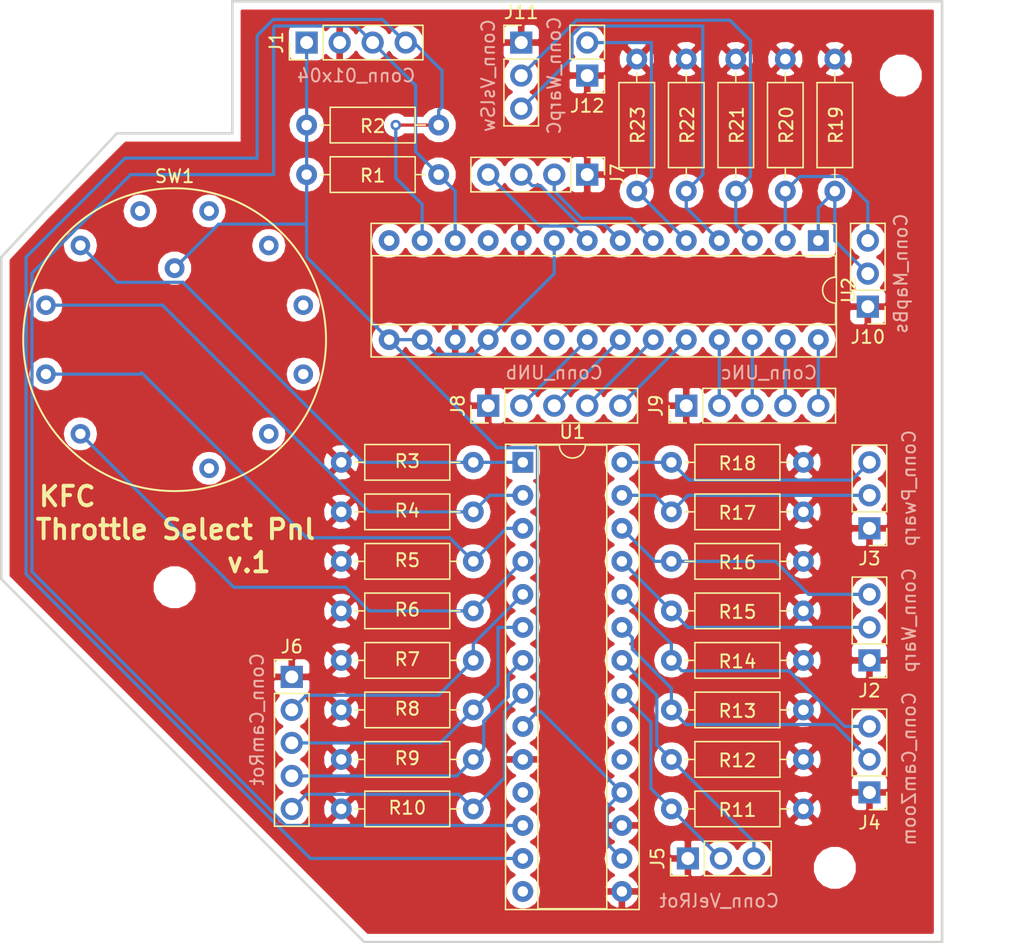
<source format=kicad_pcb>
(kicad_pcb (version 20171130) (host pcbnew "(5.0.1)-4")
  (layers (0 F.Cu signal) (31 B.Cu signal) (34 B.Paste user) (35 F.Paste user) (36 B.SilkS user) (37 F.SilkS user) (38 B.Mask user) (39 F.Mask user) (44 Edge.Cuts user))
  (net 0 "")
  (net 1 +5V)
  (net 2 /WRP2)
  (net 3 /WRP1)
  (net 4 Earth)
  (net 5 /PWR1)
  (net 6 /PWR2)
  (net 7 /CZ1)
  (net 8 /CZ2)
  (net 9 /VTR)
  (net 10 /VOR)
  (net 11 /Cam1)
  (net 12 /Cam2)
  (net 13 /Cam3)
  (net 14 /Cam4)
  (net 15 /UNa1)
  (net 16 /UNa2)
  (net 17 /UNa3)
  (net 18 /UNb4)
  (net 19 /UNb3)
  (net 20 /UNb2)
  (net 21 /UNb1)
  (net 22 /UNc1)
  (net 23 /UNc2)
  (net 24 /UNc3)
  (net 25 /UNc4)
  (net 26 /Map)
  (net 27 /MpR)
  (net 28 /TSW1)
  (net 29 /TSW2)
  (net 30 /WPC)
  (net 31 /SDA)
  (net 32 /SCK)
  (net 33 /TH25)
  (net 34 /TH50)
  (net 35 /TH75)
  (net 36 /TH0)
  (net 37 "Net-(SW1-Pad6)")
  (net 38 "Net-(SW1-Pad7)")
  (net 39 "Net-(SW1-Pad8)")
  (net 40 "Net-(SW1-Pad9)")
  (net 41 "Net-(SW1-Pad10)")
  (net 42 "Net-(SW1-Pad11)")
  (net 43 "Net-(SW1-Pad5)")
  (net 44 "Net-(U1-Pad19)")
  (net 45 "Net-(U1-Pad20)")
  (net 46 "Net-(U1-Pad11)")
  (net 47 "Net-(U1-Pad14)")
  (net 48 "Net-(U2-Pad14)")
  (net 49 "Net-(U2-Pad11)")
  (net 50 "Net-(U2-Pad20)")
  (net 51 "Net-(U2-Pad19)")
  (module MountingHole:MountingHole_2.2mm_M2 (layer F.Cu) (at 170.18 111.76)
    (fp_text reference REF**)
    (fp_text value MountingHole_2.2mm_M2)
    (pad 1 np_thru_hole circle (at 0 0) (size 2.2 2.2) (drill 2.2) (layers *.Cu *.Mask))
  )
  (module MountingHole:MountingHole_2.2mm_M2 (layer F.Cu) (at 175.26 50.8)
    (fp_text reference REF**)
    (fp_text value MountingHole_2.2mm_M2)
    (pad 1 np_thru_hole circle (at 0 0) (size 2.2 2.2) (drill 2.2) (layers *.Cu *.Mask))
  )
  (module Connector_PinHeader_2.54mm:PinHeader_1x04_P2.54mm_Vertical (layer F.Cu) (at 151.13 58.42 270)
    (fp_text reference J7 (at 0 -2.33 270) (layer F.SilkS))
    (fp_text value Conn_UNa)
    (pad 1 thru_hole rect (at 0 0 270) (size 1.7 1.7) (drill 1) (layers *.Cu *.Mask) (net 4 Earth))
    (pad 2 thru_hole oval (at 0 2.54 270) (size 1.7 1.7) (drill 1) (layers *.Cu *.Mask) (net 15 /UNa1))
    (pad 3 thru_hole oval (at 0 5.08 270) (size 1.7 1.7) (drill 1) (layers *.Cu *.Mask) (net 16 /UNa2))
    (pad 4 thru_hole oval (at 0 7.62 270) (size 1.7 1.7) (drill 1) (layers *.Cu *.Mask) (net 17 /UNa3))
  )
  (module Connector_PinHeader_2.54mm:PinHeader_1x03_P2.54mm_Vertical (layer F.Cu) (at 172.844536 95.79848 180)
    (fp_text reference J2 (at 0 -2.33 180) (layer F.SilkS))
    (fp_text value Conn_Warp (at -3.050464 3.08848 270) (layer B.SilkS) (effects (justify mirror)))
    (pad 3 thru_hole oval (at 0 5.08 180) (size 1.7 1.7) (drill 1) (layers *.Cu *.Mask) (net 2 /WRP2))
    (pad 2 thru_hole oval (at 0 2.54 180) (size 1.7 1.7) (drill 1) (layers *.Cu *.Mask) (net 3 /WRP1))
    (pad 1 thru_hole rect (at 0 0 180) (size 1.7 1.7) (drill 1) (layers *.Cu *.Mask) (net 4 Earth))
  )
  (module Connector_PinHeader_2.54mm:PinHeader_1x03_P2.54mm_Vertical (layer F.Cu) (at 172.844536 85.63848 180)
    (fp_text reference J3 (at 0 -2.33 180) (layer F.SilkS))
    (fp_text value Conn_Pwarp (at -3.050464 3.08848 270) (layer B.SilkS) (effects (justify mirror)))
    (pad 1 thru_hole rect (at 0 0 180) (size 1.7 1.7) (drill 1) (layers *.Cu *.Mask) (net 4 Earth))
    (pad 2 thru_hole oval (at 0 2.54 180) (size 1.7 1.7) (drill 1) (layers *.Cu *.Mask) (net 5 /PWR1))
    (pad 3 thru_hole oval (at 0 5.08 180) (size 1.7 1.7) (drill 1) (layers *.Cu *.Mask) (net 6 /PWR2))
  )
  (module Connector_PinHeader_2.54mm:PinHeader_1x03_P2.54mm_Vertical (layer F.Cu) (at 172.844536 105.95848 180)
    (fp_text reference J4 (at 0 -2.33 180) (layer F.SilkS))
    (fp_text value Conn_CamZoom (at -3.050464 1.81848 270) (layer B.SilkS) (effects (justify mirror)))
    (pad 1 thru_hole rect (at 0 0 180) (size 1.7 1.7) (drill 1) (layers *.Cu *.Mask) (net 4 Earth))
    (pad 2 thru_hole oval (at 0 2.54 180) (size 1.7 1.7) (drill 1) (layers *.Cu *.Mask) (net 7 /CZ1))
    (pad 3 thru_hole oval (at 0 5.08 180) (size 1.7 1.7) (drill 1) (layers *.Cu *.Mask) (net 8 /CZ2))
  )
  (module Connector_PinHeader_2.54mm:PinHeader_1x03_P2.54mm_Vertical (layer F.Cu) (at 158.874536 111.03848 90)
    (fp_text reference J5 (at 0 -2.33 90) (layer F.SilkS))
    (fp_text value Conn_VelRot (at -3.26152 2.415464 180) (layer B.SilkS) (effects (justify mirror)))
    (pad 3 thru_hole oval (at 0 5.08 90) (size 1.7 1.7) (drill 1) (layers *.Cu *.Mask) (net 9 /VTR))
    (pad 2 thru_hole oval (at 0 2.54 90) (size 1.7 1.7) (drill 1) (layers *.Cu *.Mask) (net 10 /VOR))
    (pad 1 thru_hole rect (at 0 0 90) (size 1.7 1.7) (drill 1) (layers *.Cu *.Mask) (net 4 Earth))
  )
  (module Connector_PinHeader_2.54mm:PinHeader_1x05_P2.54mm_Vertical (layer F.Cu) (at 128.394536 97.06848)
    (fp_text reference J6 (at 0 -2.33) (layer F.SilkS))
    (fp_text value Conn_CamRot (at -2.664536 3.26152 90) (layer B.SilkS) (effects (justify mirror)))
    (pad 1 thru_hole rect (at 0 0) (size 1.7 1.7) (drill 1) (layers *.Cu *.Mask) (net 4 Earth))
    (pad 2 thru_hole oval (at 0 2.54) (size 1.7 1.7) (drill 1) (layers *.Cu *.Mask) (net 11 /Cam1))
    (pad 3 thru_hole oval (at 0 5.08) (size 1.7 1.7) (drill 1) (layers *.Cu *.Mask) (net 12 /Cam2))
    (pad 4 thru_hole oval (at 0 7.62) (size 1.7 1.7) (drill 1) (layers *.Cu *.Mask) (net 13 /Cam3))
    (pad 5 thru_hole oval (at 0 10.16) (size 1.7 1.7) (drill 1) (layers *.Cu *.Mask) (net 14 /Cam4))
  )
  (module Connector_PinHeader_2.54mm:PinHeader_1x05_P2.54mm_Vertical (layer F.Cu) (at 143.51 76.2 90)
    (fp_text reference J8 (at 0 -2.33 90) (layer F.SilkS))
    (fp_text value Conn_UNb (at 2.54 5.08 180) (layer B.SilkS) (effects (justify mirror)))
    (pad 5 thru_hole oval (at 0 10.16 90) (size 1.7 1.7) (drill 1) (layers *.Cu *.Mask) (net 18 /UNb4))
    (pad 4 thru_hole oval (at 0 7.62 90) (size 1.7 1.7) (drill 1) (layers *.Cu *.Mask) (net 19 /UNb3))
    (pad 3 thru_hole oval (at 0 5.08 90) (size 1.7 1.7) (drill 1) (layers *.Cu *.Mask) (net 20 /UNb2))
    (pad 2 thru_hole oval (at 0 2.54 90) (size 1.7 1.7) (drill 1) (layers *.Cu *.Mask) (net 21 /UNb1))
    (pad 1 thru_hole rect (at 0 0 90) (size 1.7 1.7) (drill 1) (layers *.Cu *.Mask) (net 4 Earth))
  )
  (module Connector_PinHeader_2.54mm:PinHeader_1x05_P2.54mm_Vertical (layer F.Cu) (at 158.75 76.2 90)
    (fp_text reference J9 (at 0 -2.33 90) (layer F.SilkS))
    (fp_text value Conn_UNc (at 2.54 6.35 180) (layer B.SilkS) (effects (justify mirror)))
    (pad 1 thru_hole rect (at 0 0 90) (size 1.7 1.7) (drill 1) (layers *.Cu *.Mask) (net 4 Earth))
    (pad 2 thru_hole oval (at 0 2.54 90) (size 1.7 1.7) (drill 1) (layers *.Cu *.Mask) (net 22 /UNc1))
    (pad 3 thru_hole oval (at 0 5.08 90) (size 1.7 1.7) (drill 1) (layers *.Cu *.Mask) (net 23 /UNc2))
    (pad 4 thru_hole oval (at 0 7.62 90) (size 1.7 1.7) (drill 1) (layers *.Cu *.Mask) (net 24 /UNc3))
    (pad 5 thru_hole oval (at 0 10.16 90) (size 1.7 1.7) (drill 1) (layers *.Cu *.Mask) (net 25 /UNc4))
  )
  (module Connector_PinHeader_2.54mm:PinHeader_1x03_P2.54mm_Vertical (layer F.Cu) (at 172.72 68.58 180)
    (fp_text reference J10 (at 0 -2.33 180) (layer F.SilkS))
    (fp_text value Conn_MapBs (at -2.54 2.54 270) (layer B.SilkS) (effects (justify mirror)))
    (pad 3 thru_hole oval (at 0 5.08 180) (size 1.7 1.7) (drill 1) (layers *.Cu *.Mask) (net 26 /Map))
    (pad 2 thru_hole oval (at 0 2.54 180) (size 1.7 1.7) (drill 1) (layers *.Cu *.Mask) (net 27 /MpR))
    (pad 1 thru_hole rect (at 0 0 180) (size 1.7 1.7) (drill 1) (layers *.Cu *.Mask) (net 4 Earth))
  )
  (module Connector_PinHeader_2.54mm:PinHeader_1x03_P2.54mm_Vertical (layer F.Cu) (at 146.05 48.26)
    (fp_text reference J11 (at 0 -2.33) (layer F.SilkS))
    (fp_text value Conn_VslSw (at -2.54 2.54 90) (layer B.SilkS) (effects (justify mirror)))
    (pad 1 thru_hole rect (at 0 0) (size 1.7 1.7) (drill 1) (layers *.Cu *.Mask) (net 4 Earth))
    (pad 2 thru_hole oval (at 0 2.54) (size 1.7 1.7) (drill 1) (layers *.Cu *.Mask) (net 28 /TSW1))
    (pad 3 thru_hole oval (at 0 5.08) (size 1.7 1.7) (drill 1) (layers *.Cu *.Mask) (net 29 /TSW2))
  )
  (module Connector_PinHeader_2.54mm:PinHeader_1x02_P2.54mm_Vertical (layer F.Cu) (at 151.13 50.8 180)
    (fp_text reference J12 (at 0 -2.33 180) (layer F.SilkS))
    (fp_text value Conn_WarpC (at 2.54 0 270) (layer B.SilkS) (effects (justify mirror)))
    (pad 1 thru_hole rect (at 0 0 180) (size 1.7 1.7) (drill 1) (layers *.Cu *.Mask) (net 4 Earth))
    (pad 2 thru_hole oval (at 0 2.54 180) (size 1.7 1.7) (drill 1) (layers *.Cu *.Mask) (net 30 /WPC))
  )
  (module Resistor_THT:R_Axial_DIN0207_L6.3mm_D2.5mm_P10.16mm_Horizontal (layer F.Cu) (at 139.7 58.42 180)
    (fp_text reference R1 (at 5.08 -0.084 180) (layer F.SilkS))
    (fp_text value 4.7k)
    (pad 2 thru_hole oval (at 10.16 0 180) (size 1.6 1.6) (drill 0.8) (layers *.Cu *.Mask) (net 1 +5V))
    (pad 1 thru_hole circle (at 0 0 180) (size 1.6 1.6) (drill 0.8) (layers *.Cu *.Mask) (net 32 /SCK))
  )
  (module Resistor_THT:R_Axial_DIN0207_L6.3mm_D2.5mm_P10.16mm_Horizontal (layer F.Cu) (at 139.7 54.61 180)
    (fp_text reference R2 (at 5.08 -0.084 180) (layer F.SilkS))
    (fp_text value 4.7k)
    (pad 1 thru_hole circle (at 0 0 180) (size 1.6 1.6) (drill 0.8) (layers *.Cu *.Mask) (net 31 /SDA))
    (pad 2 thru_hole oval (at 10.16 0 180) (size 1.6 1.6) (drill 0.8) (layers *.Cu *.Mask) (net 1 +5V))
  )
  (module Resistor_THT:R_Axial_DIN0207_L6.3mm_D2.5mm_P10.16mm_Horizontal (layer F.Cu) (at 132.204536 80.55848)
    (fp_text reference R3 (at 5.08 -0.084) (layer F.SilkS))
    (fp_text value 4.7k)
    (pad 2 thru_hole oval (at 10.16 0) (size 1.6 1.6) (drill 0.8) (layers *.Cu *.Mask) (net 35 /TH75))
    (pad 1 thru_hole circle (at 0 0) (size 1.6 1.6) (drill 0.8) (layers *.Cu *.Mask) (net 4 Earth))
  )
  (module Resistor_THT:R_Axial_DIN0207_L6.3mm_D2.5mm_P10.16mm_Horizontal (layer F.Cu) (at 132.204536 84.36848)
    (fp_text reference R4 (at 5.08 -0.084) (layer F.SilkS))
    (fp_text value 4.7k)
    (pad 1 thru_hole circle (at 0 0) (size 1.6 1.6) (drill 0.8) (layers *.Cu *.Mask) (net 4 Earth))
    (pad 2 thru_hole oval (at 10.16 0) (size 1.6 1.6) (drill 0.8) (layers *.Cu *.Mask) (net 34 /TH50))
  )
  (module Resistor_THT:R_Axial_DIN0207_L6.3mm_D2.5mm_P10.16mm_Horizontal (layer F.Cu) (at 132.204536 88.17848)
    (fp_text reference R5 (at 5.08 -0.084) (layer F.SilkS))
    (fp_text value 4.7k)
    (pad 2 thru_hole oval (at 10.16 0) (size 1.6 1.6) (drill 0.8) (layers *.Cu *.Mask) (net 33 /TH25))
    (pad 1 thru_hole circle (at 0 0) (size 1.6 1.6) (drill 0.8) (layers *.Cu *.Mask) (net 4 Earth))
  )
  (module Resistor_THT:R_Axial_DIN0207_L6.3mm_D2.5mm_P10.16mm_Horizontal (layer F.Cu) (at 132.204536 91.98848)
    (fp_text reference R6 (at 5.08 -0.084) (layer F.SilkS))
    (fp_text value 4.7k)
    (pad 1 thru_hole circle (at 0 0) (size 1.6 1.6) (drill 0.8) (layers *.Cu *.Mask) (net 4 Earth))
    (pad 2 thru_hole oval (at 10.16 0) (size 1.6 1.6) (drill 0.8) (layers *.Cu *.Mask) (net 36 /TH0))
  )
  (module Resistor_THT:R_Axial_DIN0207_L6.3mm_D2.5mm_P10.16mm_Horizontal (layer F.Cu) (at 132.204536 95.79848)
    (fp_text reference R7 (at 5.08 -0.084) (layer F.SilkS))
    (fp_text value 4.7k)
    (pad 2 thru_hole oval (at 10.16 0) (size 1.6 1.6) (drill 0.8) (layers *.Cu *.Mask) (net 11 /Cam1))
    (pad 1 thru_hole circle (at 0 0) (size 1.6 1.6) (drill 0.8) (layers *.Cu *.Mask) (net 4 Earth))
  )
  (module Resistor_THT:R_Axial_DIN0207_L6.3mm_D2.5mm_P10.16mm_Horizontal (layer F.Cu) (at 132.204536 99.60848)
    (fp_text reference R8 (at 5.08 -0.084) (layer F.SilkS))
    (fp_text value 4.7k)
    (pad 1 thru_hole circle (at 0 0) (size 1.6 1.6) (drill 0.8) (layers *.Cu *.Mask) (net 4 Earth))
    (pad 2 thru_hole oval (at 10.16 0) (size 1.6 1.6) (drill 0.8) (layers *.Cu *.Mask) (net 12 /Cam2))
  )
  (module Resistor_THT:R_Axial_DIN0207_L6.3mm_D2.5mm_P10.16mm_Horizontal (layer F.Cu) (at 132.204536 103.41848)
    (fp_text reference R9 (at 5.08 -0.084) (layer F.SilkS))
    (fp_text value 4.7k)
    (pad 2 thru_hole oval (at 10.16 0) (size 1.6 1.6) (drill 0.8) (layers *.Cu *.Mask) (net 13 /Cam3))
    (pad 1 thru_hole circle (at 0 0) (size 1.6 1.6) (drill 0.8) (layers *.Cu *.Mask) (net 4 Earth))
  )
  (module Resistor_THT:R_Axial_DIN0207_L6.3mm_D2.5mm_P10.16mm_Horizontal (layer F.Cu) (at 132.204536 107.22848)
    (fp_text reference R10 (at 5.08 -0.084) (layer F.SilkS))
    (fp_text value 4.7k)
    (pad 1 thru_hole circle (at 0 0) (size 1.6 1.6) (drill 0.8) (layers *.Cu *.Mask) (net 4 Earth))
    (pad 2 thru_hole oval (at 10.16 0) (size 1.6 1.6) (drill 0.8) (layers *.Cu *.Mask) (net 14 /Cam4))
  )
  (module Resistor_THT:R_Axial_DIN0207_L6.3mm_D2.5mm_P10.16mm_Horizontal (layer F.Cu) (at 167.764536 107.22848 180)
    (fp_text reference R11 (at 5.08 -0.084 180) (layer F.SilkS))
    (fp_text value 4.7k)
    (pad 2 thru_hole oval (at 10.16 0 180) (size 1.6 1.6) (drill 0.8) (layers *.Cu *.Mask) (net 10 /VOR))
    (pad 1 thru_hole circle (at 0 0 180) (size 1.6 1.6) (drill 0.8) (layers *.Cu *.Mask) (net 4 Earth))
  )
  (module Resistor_THT:R_Axial_DIN0207_L6.3mm_D2.5mm_P10.16mm_Horizontal (layer F.Cu) (at 167.764536 103.41848 180)
    (fp_text reference R12 (at 5.08 -0.084 180) (layer F.SilkS))
    (fp_text value 4.7k)
    (pad 1 thru_hole circle (at 0 0 180) (size 1.6 1.6) (drill 0.8) (layers *.Cu *.Mask) (net 4 Earth))
    (pad 2 thru_hole oval (at 10.16 0 180) (size 1.6 1.6) (drill 0.8) (layers *.Cu *.Mask) (net 9 /VTR))
  )
  (module Resistor_THT:R_Axial_DIN0207_L6.3mm_D2.5mm_P10.16mm_Horizontal (layer F.Cu) (at 167.764536 99.60848 180)
    (fp_text reference R13 (at 5.08 -0.084 180) (layer F.SilkS))
    (fp_text value 4.7k)
    (pad 2 thru_hole oval (at 10.16 0 180) (size 1.6 1.6) (drill 0.8) (layers *.Cu *.Mask) (net 7 /CZ1))
    (pad 1 thru_hole circle (at 0 0 180) (size 1.6 1.6) (drill 0.8) (layers *.Cu *.Mask) (net 4 Earth))
  )
  (module Resistor_THT:R_Axial_DIN0207_L6.3mm_D2.5mm_P10.16mm_Horizontal (layer F.Cu) (at 167.764536 95.79848 180)
    (fp_text reference R14 (at 5.08 -0.084 180) (layer F.SilkS))
    (fp_text value 4.7k)
    (pad 1 thru_hole circle (at 0 0 180) (size 1.6 1.6) (drill 0.8) (layers *.Cu *.Mask) (net 4 Earth))
    (pad 2 thru_hole oval (at 10.16 0 180) (size 1.6 1.6) (drill 0.8) (layers *.Cu *.Mask) (net 8 /CZ2))
  )
  (module Resistor_THT:R_Axial_DIN0207_L6.3mm_D2.5mm_P10.16mm_Horizontal (layer F.Cu) (at 167.764536 91.98848 180)
    (fp_text reference R15 (at 5.08 -0.084 180) (layer F.SilkS))
    (fp_text value 4.7k)
    (pad 2 thru_hole oval (at 10.16 0 180) (size 1.6 1.6) (drill 0.8) (layers *.Cu *.Mask) (net 3 /WRP1))
    (pad 1 thru_hole circle (at 0 0 180) (size 1.6 1.6) (drill 0.8) (layers *.Cu *.Mask) (net 4 Earth))
  )
  (module Resistor_THT:R_Axial_DIN0207_L6.3mm_D2.5mm_P10.16mm_Horizontal (layer F.Cu) (at 167.764536 88.17848 180)
    (fp_text reference R16 (at 5.08 -0.084 180) (layer F.SilkS))
    (fp_text value 4.7k)
    (pad 1 thru_hole circle (at 0 0 180) (size 1.6 1.6) (drill 0.8) (layers *.Cu *.Mask) (net 4 Earth))
    (pad 2 thru_hole oval (at 10.16 0 180) (size 1.6 1.6) (drill 0.8) (layers *.Cu *.Mask) (net 2 /WRP2))
  )
  (module Resistor_THT:R_Axial_DIN0207_L6.3mm_D2.5mm_P10.16mm_Horizontal (layer F.Cu) (at 167.764536 84.36848 180)
    (fp_text reference R17 (at 5.08 -0.084 180) (layer F.SilkS))
    (fp_text value 4.7k)
    (pad 2 thru_hole oval (at 10.16 0 180) (size 1.6 1.6) (drill 0.8) (layers *.Cu *.Mask) (net 5 /PWR1))
    (pad 1 thru_hole circle (at 0 0 180) (size 1.6 1.6) (drill 0.8) (layers *.Cu *.Mask) (net 4 Earth))
  )
  (module Resistor_THT:R_Axial_DIN0207_L6.3mm_D2.5mm_P10.16mm_Horizontal (layer F.Cu) (at 167.764536 80.55848 180)
    (fp_text reference R18 (at 5.08 -0.084 180) (layer F.SilkS))
    (fp_text value 4.7k)
    (pad 1 thru_hole circle (at 0 0 180) (size 1.6 1.6) (drill 0.8) (layers *.Cu *.Mask) (net 4 Earth))
    (pad 2 thru_hole oval (at 10.16 0 180) (size 1.6 1.6) (drill 0.8) (layers *.Cu *.Mask) (net 6 /PWR2))
  )
  (module Resistor_THT:R_Axial_DIN0207_L6.3mm_D2.5mm_P10.16mm_Horizontal (layer F.Cu) (at 170.18 49.53 270)
    (fp_text reference R19 (at 5.08 -0.084 270) (layer F.SilkS))
    (fp_text value 4.7k)
    (pad 1 thru_hole circle (at 0 0 270) (size 1.6 1.6) (drill 0.8) (layers *.Cu *.Mask) (net 4 Earth))
    (pad 2 thru_hole oval (at 10.16 0 270) (size 1.6 1.6) (drill 0.8) (layers *.Cu *.Mask) (net 27 /MpR))
  )
  (module Resistor_THT:R_Axial_DIN0207_L6.3mm_D2.5mm_P10.16mm_Horizontal (layer F.Cu) (at 166.37 49.53 270)
    (fp_text reference R20 (at 5.08 -0.084 270) (layer F.SilkS))
    (fp_text value 4.7k)
    (pad 2 thru_hole oval (at 10.16 0 270) (size 1.6 1.6) (drill 0.8) (layers *.Cu *.Mask) (net 26 /Map))
    (pad 1 thru_hole circle (at 0 0 270) (size 1.6 1.6) (drill 0.8) (layers *.Cu *.Mask) (net 4 Earth))
  )
  (module Resistor_THT:R_Axial_DIN0207_L6.3mm_D2.5mm_P10.16mm_Horizontal (layer F.Cu) (at 162.56 49.53 270)
    (fp_text reference R21 (at 5.08 -0.084 270) (layer F.SilkS))
    (fp_text value 4.7k)
    (pad 1 thru_hole circle (at 0 0 270) (size 1.6 1.6) (drill 0.8) (layers *.Cu *.Mask) (net 4 Earth))
    (pad 2 thru_hole oval (at 10.16 0 270) (size 1.6 1.6) (drill 0.8) (layers *.Cu *.Mask) (net 28 /TSW1))
  )
  (module Resistor_THT:R_Axial_DIN0207_L6.3mm_D2.5mm_P10.16mm_Horizontal (layer F.Cu) (at 158.75 49.53 270)
    (fp_text reference R22 (at 5.08 -0.084 270) (layer F.SilkS))
    (fp_text value 4.7k)
    (pad 1 thru_hole circle (at 0 0 270) (size 1.6 1.6) (drill 0.8) (layers *.Cu *.Mask) (net 4 Earth))
    (pad 2 thru_hole oval (at 10.16 0 270) (size 1.6 1.6) (drill 0.8) (layers *.Cu *.Mask) (net 29 /TSW2))
  )
  (module Resistor_THT:R_Axial_DIN0207_L6.3mm_D2.5mm_P10.16mm_Horizontal (layer F.Cu) (at 154.94 49.53 270)
    (fp_text reference R23 (at 5.08 -0.084 270) (layer F.SilkS))
    (fp_text value 4.7k)
    (pad 2 thru_hole oval (at 10.16 0 270) (size 1.6 1.6) (drill 0.8) (layers *.Cu *.Mask) (net 30 /WPC))
    (pad 1 thru_hole circle (at 0 0 270) (size 1.6 1.6) (drill 0.8) (layers *.Cu *.Mask) (net 4 Earth))
  )
  (module Custom:R25_Rotary (layer F.Cu) (at 119.38 71.12)
    (fp_text reference SW1 (at 0 -12.575) (layer F.SilkS))
    (fp_text value SW_Rotary12)
    (pad 6 thru_hole oval (at 2.652895 -9.900739) (size 1.5 1.5) (drill 0.8) (layers *.Cu *.Mask) (net 37 "Net-(SW1-Pad6)"))
    (pad 7 thru_hole oval (at 7.247844 -7.247844) (size 1.5 1.5) (drill 0.8) (layers *.Cu *.Mask) (net 38 "Net-(SW1-Pad7)"))
    (pad 8 thru_hole oval (at 9.900739 -2.652895) (size 1.5 1.5) (drill 0.8) (layers *.Cu *.Mask) (net 39 "Net-(SW1-Pad8)"))
    (pad 9 thru_hole oval (at 9.900739 2.652895) (size 1.5 1.5) (drill 0.8) (layers *.Cu *.Mask) (net 40 "Net-(SW1-Pad9)"))
    (pad 10 thru_hole oval (at 7.247844 7.247844) (size 1.5 1.5) (drill 0.8) (layers *.Cu *.Mask) (net 41 "Net-(SW1-Pad10)"))
    (pad 11 thru_hole oval (at 2.652895 9.900739) (size 1.5 1.5) (drill 0.8) (layers *.Cu *.Mask) (net 42 "Net-(SW1-Pad11)"))
    (pad 1 thru_hole oval (at -7.247844 7.247844) (size 1.5 1.5) (drill 0.8) (layers *.Cu *.Mask) (net 36 /TH0))
    (pad 2 thru_hole oval (at -9.900739 2.652895) (size 1.5 1.5) (drill 0.8) (layers *.Cu *.Mask) (net 33 /TH25))
    (pad 3 thru_hole oval (at -9.900739 -2.652895) (size 1.5 1.5) (drill 0.8) (layers *.Cu *.Mask) (net 34 /TH50))
    (pad 4 thru_hole oval (at -7.247844 -7.247844) (size 1.5 1.5) (drill 0.8) (layers *.Cu *.Mask) (net 35 /TH75))
    (pad 5 thru_hole oval (at -2.652895 -9.900739) (size 1.5 1.5) (drill 0.8) (layers *.Cu *.Mask) (net 43 "Net-(SW1-Pad5)"))
    (pad 13 thru_hole circle (at 0 -5.5) (size 1.524 1.524) (drill 0.762) (layers *.Cu *.Mask) (net 1 +5V))
  )
  (module Package_DIP:DIP-28_W7.62mm_Socket (layer F.Cu) (at 146.174536 80.55848)
    (fp_text reference U1 (at 3.81 -2.33) (layer F.SilkS))
    (fp_text value MCP23017_SP)
    (pad 1 thru_hole rect (at 0 0) (size 1.6 1.6) (drill 0.8) (layers *.Cu *.Mask) (net 35 /TH75))
    (pad 15 thru_hole oval (at 7.62 33.02) (size 1.6 1.6) (drill 0.8) (layers *.Cu *.Mask) (net 4 Earth))
    (pad 2 thru_hole oval (at 0 2.54) (size 1.6 1.6) (drill 0.8) (layers *.Cu *.Mask) (net 34 /TH50))
    (pad 16 thru_hole oval (at 7.62 30.48) (size 1.6 1.6) (drill 0.8) (layers *.Cu *.Mask) (net 1 +5V))
    (pad 3 thru_hole oval (at 0 5.08) (size 1.6 1.6) (drill 0.8) (layers *.Cu *.Mask) (net 33 /TH25))
    (pad 17 thru_hole oval (at 7.62 27.94) (size 1.6 1.6) (drill 0.8) (layers *.Cu *.Mask) (net 4 Earth))
    (pad 4 thru_hole oval (at 0 7.62) (size 1.6 1.6) (drill 0.8) (layers *.Cu *.Mask) (net 36 /TH0))
    (pad 18 thru_hole oval (at 7.62 25.4) (size 1.6 1.6) (drill 0.8) (layers *.Cu *.Mask) (net 1 +5V))
    (pad 5 thru_hole oval (at 0 10.16) (size 1.6 1.6) (drill 0.8) (layers *.Cu *.Mask) (net 11 /Cam1))
    (pad 19 thru_hole oval (at 7.62 22.86) (size 1.6 1.6) (drill 0.8) (layers *.Cu *.Mask) (net 44 "Net-(U1-Pad19)"))
    (pad 6 thru_hole oval (at 0 12.7) (size 1.6 1.6) (drill 0.8) (layers *.Cu *.Mask) (net 12 /Cam2))
    (pad 20 thru_hole oval (at 7.62 20.32) (size 1.6 1.6) (drill 0.8) (layers *.Cu *.Mask) (net 45 "Net-(U1-Pad20)"))
    (pad 7 thru_hole oval (at 0 15.24) (size 1.6 1.6) (drill 0.8) (layers *.Cu *.Mask) (net 13 /Cam3))
    (pad 21 thru_hole oval (at 7.62 17.78) (size 1.6 1.6) (drill 0.8) (layers *.Cu *.Mask) (net 10 /VOR))
    (pad 8 thru_hole oval (at 0 17.78) (size 1.6 1.6) (drill 0.8) (layers *.Cu *.Mask) (net 14 /Cam4))
    (pad 22 thru_hole oval (at 7.62 15.24) (size 1.6 1.6) (drill 0.8) (layers *.Cu *.Mask) (net 9 /VTR))
    (pad 9 thru_hole oval (at 0 20.32) (size 1.6 1.6) (drill 0.8) (layers *.Cu *.Mask) (net 1 +5V))
    (pad 23 thru_hole oval (at 7.62 12.7) (size 1.6 1.6) (drill 0.8) (layers *.Cu *.Mask) (net 7 /CZ1))
    (pad 10 thru_hole oval (at 0 22.86) (size 1.6 1.6) (drill 0.8) (layers *.Cu *.Mask) (net 4 Earth))
    (pad 24 thru_hole oval (at 7.62 10.16) (size 1.6 1.6) (drill 0.8) (layers *.Cu *.Mask) (net 8 /CZ2))
    (pad 11 thru_hole oval (at 0 25.4) (size 1.6 1.6) (drill 0.8) (layers *.Cu *.Mask) (net 46 "Net-(U1-Pad11)"))
    (pad 25 thru_hole oval (at 7.62 7.62) (size 1.6 1.6) (drill 0.8) (layers *.Cu *.Mask) (net 3 /WRP1))
    (pad 12 thru_hole oval (at 0 27.94) (size 1.6 1.6) (drill 0.8) (layers *.Cu *.Mask) (net 32 /SCK))
    (pad 26 thru_hole oval (at 7.62 5.08) (size 1.6 1.6) (drill 0.8) (layers *.Cu *.Mask) (net 2 /WRP2))
    (pad 13 thru_hole oval (at 0 30.48) (size 1.6 1.6) (drill 0.8) (layers *.Cu *.Mask) (net 31 /SDA))
    (pad 27 thru_hole oval (at 7.62 2.54) (size 1.6 1.6) (drill 0.8) (layers *.Cu *.Mask) (net 5 /PWR1))
    (pad 14 thru_hole oval (at 0 33.02) (size 1.6 1.6) (drill 0.8) (layers *.Cu *.Mask) (net 47 "Net-(U1-Pad14)"))
    (pad 28 thru_hole oval (at 7.62 0) (size 1.6 1.6) (drill 0.8) (layers *.Cu *.Mask) (net 6 /PWR2))
  )
  (module Package_DIP:DIP-28_W7.62mm_Socket (layer F.Cu) (at 168.91 63.5 270)
    (fp_text reference U2 (at 3.81 -2.33 270) (layer F.SilkS))
    (fp_text value MCP23017_SP)
    (pad 28 thru_hole oval (at 7.62 0 270) (size 1.6 1.6) (drill 0.8) (layers *.Cu *.Mask) (net 25 /UNc4))
    (pad 14 thru_hole oval (at 0 33.02 270) (size 1.6 1.6) (drill 0.8) (layers *.Cu *.Mask) (net 48 "Net-(U2-Pad14)"))
    (pad 27 thru_hole oval (at 7.62 2.54 270) (size 1.6 1.6) (drill 0.8) (layers *.Cu *.Mask) (net 24 /UNc3))
    (pad 13 thru_hole oval (at 0 30.48 270) (size 1.6 1.6) (drill 0.8) (layers *.Cu *.Mask) (net 31 /SDA))
    (pad 26 thru_hole oval (at 7.62 5.08 270) (size 1.6 1.6) (drill 0.8) (layers *.Cu *.Mask) (net 23 /UNc2))
    (pad 12 thru_hole oval (at 0 27.94 270) (size 1.6 1.6) (drill 0.8) (layers *.Cu *.Mask) (net 32 /SCK))
    (pad 25 thru_hole oval (at 7.62 7.62 270) (size 1.6 1.6) (drill 0.8) (layers *.Cu *.Mask) (net 22 /UNc1))
    (pad 11 thru_hole oval (at 0 25.4 270) (size 1.6 1.6) (drill 0.8) (layers *.Cu *.Mask) (net 49 "Net-(U2-Pad11)"))
    (pad 24 thru_hole oval (at 7.62 10.16 270) (size 1.6 1.6) (drill 0.8) (layers *.Cu *.Mask) (net 18 /UNb4))
    (pad 10 thru_hole oval (at 0 22.86 270) (size 1.6 1.6) (drill 0.8) (layers *.Cu *.Mask) (net 4 Earth))
    (pad 23 thru_hole oval (at 7.62 12.7 270) (size 1.6 1.6) (drill 0.8) (layers *.Cu *.Mask) (net 19 /UNb3))
    (pad 9 thru_hole oval (at 0 20.32 270) (size 1.6 1.6) (drill 0.8) (layers *.Cu *.Mask) (net 1 +5V))
    (pad 22 thru_hole oval (at 7.62 15.24 270) (size 1.6 1.6) (drill 0.8) (layers *.Cu *.Mask) (net 20 /UNb2))
    (pad 8 thru_hole oval (at 0 17.78 270) (size 1.6 1.6) (drill 0.8) (layers *.Cu *.Mask) (net 17 /UNa3))
    (pad 21 thru_hole oval (at 7.62 17.78 270) (size 1.6 1.6) (drill 0.8) (layers *.Cu *.Mask) (net 21 /UNb1))
    (pad 7 thru_hole oval (at 0 15.24 270) (size 1.6 1.6) (drill 0.8) (layers *.Cu *.Mask) (net 16 /UNa2))
    (pad 20 thru_hole oval (at 7.62 20.32 270) (size 1.6 1.6) (drill 0.8) (layers *.Cu *.Mask) (net 50 "Net-(U2-Pad20)"))
    (pad 6 thru_hole oval (at 0 12.7 270) (size 1.6 1.6) (drill 0.8) (layers *.Cu *.Mask) (net 15 /UNa1))
    (pad 19 thru_hole oval (at 7.62 22.86 270) (size 1.6 1.6) (drill 0.8) (layers *.Cu *.Mask) (net 51 "Net-(U2-Pad19)"))
    (pad 5 thru_hole oval (at 0 10.16 270) (size 1.6 1.6) (drill 0.8) (layers *.Cu *.Mask) (net 30 /WPC))
    (pad 18 thru_hole oval (at 7.62 25.4 270) (size 1.6 1.6) (drill 0.8) (layers *.Cu *.Mask) (net 1 +5V))
    (pad 4 thru_hole oval (at 0 7.62 270) (size 1.6 1.6) (drill 0.8) (layers *.Cu *.Mask) (net 29 /TSW2))
    (pad 17 thru_hole oval (at 7.62 27.94 270) (size 1.6 1.6) (drill 0.8) (layers *.Cu *.Mask) (net 4 Earth))
    (pad 3 thru_hole oval (at 0 5.08 270) (size 1.6 1.6) (drill 0.8) (layers *.Cu *.Mask) (net 28 /TSW1))
    (pad 16 thru_hole oval (at 7.62 30.48 270) (size 1.6 1.6) (drill 0.8) (layers *.Cu *.Mask) (net 1 +5V))
    (pad 2 thru_hole oval (at 0 2.54 270) (size 1.6 1.6) (drill 0.8) (layers *.Cu *.Mask) (net 26 /Map))
    (pad 15 thru_hole oval (at 7.62 33.02 270) (size 1.6 1.6) (drill 0.8) (layers *.Cu *.Mask) (net 1 +5V))
    (pad 1 thru_hole rect (at 0 0 270) (size 1.6 1.6) (drill 0.8) (layers *.Cu *.Mask) (net 27 /MpR))
  )
  (module Connector_PinHeader_2.54mm:PinHeader_1x04_P2.54mm_Vertical (layer F.Cu) (at 129.54 48.26 90)
    (fp_text reference J1 (at 0 -2.33 90) (layer F.SilkS))
    (fp_text value Conn_01x04 (at -2.54 3.81 180) (layer B.SilkS) (effects (justify mirror)))
    (pad 1 thru_hole rect (at 0 0 90) (size 1.7 1.7) (drill 1) (layers *.Cu *.Mask) (net 1 +5V))
    (pad 2 thru_hole oval (at 0 2.54 90) (size 1.7 1.7) (drill 1) (layers *.Cu *.Mask) (net 4 Earth))
    (pad 3 thru_hole oval (at 0 5.08 90) (size 1.7 1.7) (drill 1) (layers *.Cu *.Mask) (net 32 /SCK))
    (pad 4 thru_hole oval (at 0 7.62 90) (size 1.7 1.7) (drill 1) (layers *.Cu *.Mask) (net 31 /SDA))
  )
  (module MountingHole:MountingHole_2.2mm_M2 (layer F.Cu) (at 119.38 90.17)
    (fp_text reference REF**)
    (fp_text value MountingHole_2.2mm_M2)
    (pad 1 np_thru_hole circle (at 0 0) (size 2.2 2.2) (drill 2.2) (layers *.Cu *.Mask))
  )
  (gr_text v.1 (at 125.095 88.265) (layer F.SilkS) (effects (font (size 1.5 1.5) (thickness 0.3))))
  (gr_text KFC (at 111.125 83.185) (layer F.SilkS) (effects (font (size 1.5 1.5) (thickness 0.3))))
  (gr_text "Throttle Select Pnl \n" (at 120.015 85.725) (layer F.SilkS) (effects (font (size 1.5 1.5) (thickness 0.3))))
  (gr_line (start 178.435 117.475) (end 178.435 45.085) (layer Edge.Cuts) (width 0.2))
  (gr_line (start 133.985 117.475) (end 178.435 117.475) (layer Edge.Cuts) (width 0.2))
  (gr_line (start 106.045 89.535) (end 133.985 117.475) (layer Edge.Cuts) (width 0.2))
  (gr_line (start 106.045 64.77) (end 106.045 89.535) (layer Edge.Cuts) (width 0.2))
  (gr_line (start 114.935 55.245) (end 106.045 64.77) (layer Edge.Cuts) (width 0.2))
  (gr_line (start 123.825 55.245) (end 114.935 55.245) (layer Edge.Cuts) (width 0.2))
  (gr_line (start 123.825 45.085) (end 123.825 55.245) (layer Edge.Cuts) (width 0.2))
  (gr_line (start 178.435 45.085) (end 123.825 45.085) (layer Edge.Cuts) (width 0.2))
  (segment (start 135.090001 70.320001) (end 135.89 71.12) (width 0.25) (layer B.Cu) (net 1))
  (segment (start 135.89 71.12) (end 138.43 71.12) (width 0.25) (layer B.Cu) (net 1))
  (segment (start 142.710001 71.919999) (end 143.51 71.12) (width 0.25) (layer B.Cu) (net 1))
  (segment (start 142.384999 72.245001) (end 142.710001 71.919999) (width 0.25) (layer B.Cu) (net 1))
  (segment (start 139.555001 72.245001) (end 142.384999 72.245001) (width 0.25) (layer B.Cu) (net 1))
  (segment (start 138.43 71.12) (end 139.555001 72.245001) (width 0.25) (layer B.Cu) (net 1))
  (segment (start 146.974535 100.078481) (end 146.174536 100.87848) (width 0.25) (layer B.Cu) (net 1))
  (segment (start 147.234537 79.433479) (end 147.299537 79.498479) (width 0.25) (layer B.Cu) (net 1))
  (segment (start 147.299537 99.753479) (end 146.974535 100.078481) (width 0.25) (layer B.Cu) (net 1))
  (segment (start 144.203479 79.433479) (end 147.234537 79.433479) (width 0.25) (layer B.Cu) (net 1))
  (segment (start 134.62 69.85) (end 144.203479 79.433479) (width 0.25) (layer B.Cu) (net 1))
  (segment (start 147.299537 79.498479) (end 147.299537 99.753479) (width 0.25) (layer B.Cu) (net 1))
  (segment (start 134.62 69.85) (end 135.090001 70.320001) (width 0.25) (layer B.Cu) (net 1))
  (segment (start 147.299537 99.753479) (end 147.589535 99.753479) (width 0.25) (layer B.Cu) (net 1))
  (segment (start 152.994537 110.238481) (end 153.794536 111.03848) (width 0.25) (layer B.Cu) (net 1))
  (segment (start 152.669535 109.913479) (end 152.994537 110.238481) (width 0.25) (layer B.Cu) (net 1))
  (segment (start 152.669535 107.083481) (end 152.669535 109.913479) (width 0.25) (layer B.Cu) (net 1))
  (segment (start 153.794536 105.95848) (end 152.669535 107.083481) (width 0.25) (layer B.Cu) (net 1))
  (segment (start 152.669535 104.833479) (end 152.4 104.563944) (width 0.25) (layer B.Cu) (net 1))
  (segment (start 147.589535 99.753479) (end 152.4 104.563944) (width 0.25) (layer B.Cu) (net 1))
  (segment (start 152.4 104.563944) (end 153.794536 105.95848) (width 0.25) (layer B.Cu) (net 1))
  (segment (start 148.59 66.04) (end 143.51 71.12) (width 0.25) (layer B.Cu) (net 1))
  (segment (start 148.59 63.5) (end 148.59 66.04) (width 0.25) (layer B.Cu) (net 1))
  (segment (start 129.54 58.42) (end 129.54 64.77) (width 0.25) (layer B.Cu) (net 1))
  (segment (start 129.54 64.77) (end 134.62 69.85) (width 0.25) (layer B.Cu) (net 1))
  (segment (start 119.38 65.62) (end 122.77 62.23) (width 0.25) (layer B.Cu) (net 1))
  (segment (start 122.77 62.23) (end 129.54 62.23) (width 0.25) (layer B.Cu) (net 1))
  (segment (start 129.54 58.42) (end 129.54 54.61) (width 0.25) (layer B.Cu) (net 1))
  (segment (start 129.54 54.61) (end 129.54 48.26) (width 0.25) (layer B.Cu) (net 1))
  (segment (start 156.334536 88.17848) (end 157.604536 88.17848) (width 0.25) (layer B.Cu) (net 2))
  (segment (start 153.794536 85.63848) (end 156.334536 88.17848) (width 0.25) (layer B.Cu) (net 2))
  (segment (start 168.159538 90.71848) (end 172.844536 90.71848) (width 0.25) (layer B.Cu) (net 2))
  (segment (start 165.619538 88.17848) (end 168.159538 90.71848) (width 0.25) (layer B.Cu) (net 2))
  (segment (start 157.604536 88.17848) (end 165.619538 88.17848) (width 0.25) (layer B.Cu) (net 2))
  (segment (start 154.594535 88.978479) (end 157.604536 91.98848) (width 0.25) (layer B.Cu) (net 3))
  (segment (start 153.794536 88.17848) (end 154.594535 88.978479) (width 0.25) (layer B.Cu) (net 3))
  (segment (start 158.874536 93.25848) (end 172.844536 93.25848) (width 0.25) (layer B.Cu) (net 3))
  (segment (start 157.604536 91.98848) (end 158.874536 93.25848) (width 0.25) (layer B.Cu) (net 3))
  (segment (start 156.334536 83.09848) (end 153.794536 83.09848) (width 0.25) (layer B.Cu) (net 5))
  (segment (start 157.604536 84.36848) (end 156.334536 83.09848) (width 0.25) (layer B.Cu) (net 5))
  (segment (start 158.874536 83.09848) (end 172.844536 83.09848) (width 0.25) (layer B.Cu) (net 5))
  (segment (start 157.604536 84.36848) (end 158.874536 83.09848) (width 0.25) (layer B.Cu) (net 5))
  (segment (start 153.794536 80.55848) (end 157.604536 80.55848) (width 0.25) (layer B.Cu) (net 6))
  (segment (start 171.994537 81.408479) (end 172.844536 80.55848) (width 0.25) (layer B.Cu) (net 6))
  (segment (start 171.479537 81.923479) (end 171.994537 81.408479) (width 0.25) (layer B.Cu) (net 6))
  (segment (start 158.969535 81.923479) (end 171.479537 81.923479) (width 0.25) (layer B.Cu) (net 6))
  (segment (start 157.604536 80.55848) (end 158.969535 81.923479) (width 0.25) (layer B.Cu) (net 6))
  (segment (start 157.604536 97.943478) (end 157.604536 99.60848) (width 0.25) (layer B.Cu) (net 7))
  (segment (start 154.594535 94.933477) (end 157.604536 97.943478) (width 0.25) (layer B.Cu) (net 7))
  (segment (start 154.594535 94.058479) (end 154.594535 94.933477) (width 0.25) (layer B.Cu) (net 7))
  (segment (start 153.794536 93.25848) (end 154.594535 94.058479) (width 0.25) (layer B.Cu) (net 7))
  (segment (start 171.994537 102.568481) (end 172.844536 103.41848) (width 0.25) (layer B.Cu) (net 7))
  (segment (start 170.159537 100.733481) (end 171.994537 102.568481) (width 0.25) (layer B.Cu) (net 7))
  (segment (start 158.729537 100.733481) (end 170.159537 100.733481) (width 0.25) (layer B.Cu) (net 7))
  (segment (start 157.604536 99.60848) (end 158.729537 100.733481) (width 0.25) (layer B.Cu) (net 7))
  (segment (start 153.794536 90.71848) (end 154.594535 91.518479) (width 0.25) (layer B.Cu) (net 8))
  (segment (start 157.604536 94.52848) (end 153.794536 90.71848) (width 0.25) (layer B.Cu) (net 8))
  (segment (start 157.604536 95.79848) (end 157.604536 94.52848) (width 0.25) (layer B.Cu) (net 8))
  (segment (start 170.940946 100.87848) (end 172.844536 100.87848) (width 0.25) (layer B.Cu) (net 8))
  (segment (start 166.660945 96.598479) (end 170.940946 100.87848) (width 0.25) (layer B.Cu) (net 8))
  (segment (start 158.404535 96.598479) (end 166.660945 96.598479) (width 0.25) (layer B.Cu) (net 8))
  (segment (start 157.604536 95.79848) (end 158.404535 96.598479) (width 0.25) (layer B.Cu) (net 8))
  (segment (start 156.804537 102.618481) (end 157.604536 103.41848) (width 0.25) (layer B.Cu) (net 9))
  (segment (start 156.479535 102.293479) (end 156.804537 102.618481) (width 0.25) (layer B.Cu) (net 9))
  (segment (start 156.479535 98.483479) (end 156.479535 102.293479) (width 0.25) (layer B.Cu) (net 9))
  (segment (start 153.794536 95.79848) (end 156.479535 98.483479) (width 0.25) (layer B.Cu) (net 9))
  (segment (start 163.954536 109.76848) (end 163.954536 111.03848) (width 0.25) (layer B.Cu) (net 9))
  (segment (start 157.604536 103.41848) (end 163.954536 109.76848) (width 0.25) (layer B.Cu) (net 9))
  (segment (start 156.804537 106.428481) (end 157.604536 107.22848) (width 0.25) (layer B.Cu) (net 10))
  (segment (start 156.029525 105.653469) (end 156.804537 106.428481) (width 0.25) (layer B.Cu) (net 10))
  (segment (start 156.029525 100.573469) (end 156.029525 105.653469) (width 0.25) (layer B.Cu) (net 10))
  (segment (start 153.794536 98.33848) (end 156.029525 100.573469) (width 0.25) (layer B.Cu) (net 10))
  (segment (start 157.604536 107.22848) (end 161.414536 111.03848) (width 0.25) (layer B.Cu) (net 10))
  (segment (start 142.364536 94.52848) (end 142.364536 95.79848) (width 0.25) (layer B.Cu) (net 11))
  (segment (start 146.174536 90.71848) (end 142.364536 94.52848) (width 0.25) (layer B.Cu) (net 11))
  (segment (start 141.564537 96.598479) (end 142.364536 95.79848) (width 0.25) (layer B.Cu) (net 11))
  (segment (start 139.679537 98.483479) (end 141.564537 96.598479) (width 0.25) (layer B.Cu) (net 11))
  (segment (start 129.519537 98.483479) (end 139.679537 98.483479) (width 0.25) (layer B.Cu) (net 11))
  (segment (start 128.394536 99.60848) (end 129.519537 98.483479) (width 0.25) (layer B.Cu) (net 11))
  (segment (start 139.824536 102.14848) (end 142.364536 99.60848) (width 0.25) (layer B.Cu) (net 12))
  (segment (start 128.394536 102.14848) (end 139.824536 102.14848) (width 0.25) (layer B.Cu) (net 12))
  (segment (start 146.174536 93.25848) (end 144.270946 93.25848) (width 0.25) (layer B.Cu) (net 12))
  (segment (start 144.270946 97.70207) (end 142.364536 99.60848) (width 0.25) (layer B.Cu) (net 12))
  (segment (start 144.270946 93.25848) (end 144.270946 97.70207) (width 0.25) (layer B.Cu) (net 12))
  (segment (start 141.094536 104.68848) (end 142.364536 103.41848) (width 0.25) (layer B.Cu) (net 13))
  (segment (start 128.394536 104.68848) (end 141.094536 104.68848) (width 0.25) (layer B.Cu) (net 13))
  (segment (start 145.374537 96.598479) (end 146.174536 95.79848) (width 0.25) (layer B.Cu) (net 13))
  (segment (start 145.049535 96.923481) (end 145.374537 96.598479) (width 0.25) (layer B.Cu) (net 13))
  (segment (start 145.049535 98.588483) (end 145.049535 96.923481) (width 0.25) (layer B.Cu) (net 13))
  (segment (start 143.164535 100.473483) (end 145.049535 98.588483) (width 0.25) (layer B.Cu) (net 13))
  (segment (start 143.164535 102.618481) (end 143.164535 100.473483) (width 0.25) (layer B.Cu) (net 13))
  (segment (start 142.364536 103.41848) (end 143.164535 102.618481) (width 0.25) (layer B.Cu) (net 13))
  (segment (start 141.564537 106.428481) (end 142.364536 107.22848) (width 0.25) (layer B.Cu) (net 14))
  (segment (start 141.239535 106.103479) (end 141.564537 106.428481) (width 0.25) (layer B.Cu) (net 14))
  (segment (start 129.519537 106.103479) (end 141.239535 106.103479) (width 0.25) (layer B.Cu) (net 14))
  (segment (start 128.394536 107.22848) (end 129.519537 106.103479) (width 0.25) (layer B.Cu) (net 14))
  (segment (start 146.174536 98.33848) (end 144.78 99.733016) (width 0.25) (layer B.Cu) (net 14))
  (segment (start 144.78 104.813016) (end 142.364536 107.22848) (width 0.25) (layer B.Cu) (net 14))
  (segment (start 144.78 99.733016) (end 144.78 104.813016) (width 0.25) (layer B.Cu) (net 14))
  (segment (start 154.48999 61.77999) (end 150.68281 61.77999) (width 0.25) (layer B.Cu) (net 15))
  (segment (start 156.21 63.5) (end 154.48999 61.77999) (width 0.25) (layer B.Cu) (net 15))
  (segment (start 148.59 59.68718) (end 148.59 58.42) (width 0.25) (layer B.Cu) (net 15))
  (segment (start 150.68281 61.77999) (end 148.59 59.68718) (width 0.25) (layer B.Cu) (net 15))
  (segment (start 152.870001 62.700001) (end 153.67 63.5) (width 0.25) (layer B.Cu) (net 16))
  (segment (start 153.67 63.5) (end 152.4 62.23) (width 0.25) (layer B.Cu) (net 16))
  (segment (start 152.4 62.23) (end 150.49641 62.23) (width 0.25) (layer B.Cu) (net 16))
  (segment (start 146.899999 59.269999) (end 146.05 58.42) (width 0.25) (layer B.Cu) (net 16))
  (segment (start 147.536409 59.269999) (end 146.899999 59.269999) (width 0.25) (layer B.Cu) (net 16))
  (segment (start 150.49641 62.23) (end 147.536409 59.269999) (width 0.25) (layer B.Cu) (net 16))
  (segment (start 150.330001 62.700001) (end 151.13 63.5) (width 0.25) (layer B.Cu) (net 17))
  (segment (start 150.004999 62.374999) (end 150.330001 62.700001) (width 0.25) (layer B.Cu) (net 17))
  (segment (start 147.464999 62.374999) (end 150.004999 62.374999) (width 0.25) (layer B.Cu) (net 17))
  (segment (start 143.51 58.42) (end 147.464999 62.374999) (width 0.25) (layer B.Cu) (net 17))
  (segment (start 153.67 76.2) (end 158.75 71.12) (width 0.25) (layer B.Cu) (net 18))
  (segment (start 151.13 76.2) (end 156.21 71.12) (width 0.25) (layer B.Cu) (net 19))
  (segment (start 148.59 76.2) (end 153.67 71.12) (width 0.25) (layer B.Cu) (net 20))
  (segment (start 146.05 76.2) (end 151.13 71.12) (width 0.25) (layer B.Cu) (net 21))
  (segment (start 161.29 76.2) (end 161.29 71.12) (width 0.25) (layer B.Cu) (net 22))
  (segment (start 163.83 71.12) (end 163.83 76.2) (width 0.25) (layer B.Cu) (net 23))
  (segment (start 166.37 76.2) (end 166.37 71.12) (width 0.25) (layer B.Cu) (net 24))
  (segment (start 168.91 71.12) (end 168.91 76.2) (width 0.25) (layer B.Cu) (net 25))
  (segment (start 166.37 59.69) (end 166.37 63.5) (width 0.25) (layer B.Cu) (net 26))
  (segment (start 167.169999 58.890001) (end 166.37 59.69) (width 0.25) (layer B.Cu) (net 26))
  (segment (start 167.495001 58.564999) (end 167.169999 58.890001) (width 0.25) (layer B.Cu) (net 26))
  (segment (start 170.720001 58.564999) (end 167.495001 58.564999) (width 0.25) (layer B.Cu) (net 26))
  (segment (start 172.72 60.564998) (end 170.720001 58.564999) (width 0.25) (layer B.Cu) (net 26))
  (segment (start 172.72 63.5) (end 172.72 60.564998) (width 0.25) (layer B.Cu) (net 26))
  (segment (start 168.91 60.96) (end 170.18 59.69) (width 0.25) (layer B.Cu) (net 27))
  (segment (start 168.91 63.5) (end 168.91 60.96) (width 0.25) (layer B.Cu) (net 27))
  (segment (start 170.18 63.5) (end 172.72 66.04) (width 0.25) (layer B.Cu) (net 27))
  (segment (start 170.18 59.69) (end 170.18 63.5) (width 0.25) (layer B.Cu) (net 27))
  (segment (start 162.56 62.23) (end 163.83 63.5) (width 0.25) (layer B.Cu) (net 28))
  (segment (start 162.56 59.69) (end 162.56 62.23) (width 0.25) (layer B.Cu) (net 28))
  (segment (start 163.685001 58.564999) (end 163.685001 48.115001) (width 0.25) (layer B.Cu) (net 28))
  (segment (start 162.56 59.69) (end 163.685001 58.564999) (width 0.25) (layer B.Cu) (net 28))
  (segment (start 162.10999 46.53999) (end 163.685001 48.115001) (width 0.25) (layer B.Cu) (net 28))
  (segment (start 150.31001 46.53999) (end 162.10999 46.53999) (width 0.25) (layer B.Cu) (net 28))
  (segment (start 146.05 50.8) (end 150.31001 46.53999) (width 0.25) (layer B.Cu) (net 28))
  (segment (start 158.75 60.96) (end 161.29 63.5) (width 0.25) (layer B.Cu) (net 29))
  (segment (start 158.75 59.69) (end 158.75 60.96) (width 0.25) (layer B.Cu) (net 29))
  (segment (start 160.02 58.42) (end 160.02 46.99) (width 0.25) (layer B.Cu) (net 29))
  (segment (start 158.75 59.69) (end 160.02 58.42) (width 0.25) (layer B.Cu) (net 29))
  (segment (start 149.954999 47.695999) (end 150.660998 46.99) (width 0.25) (layer B.Cu) (net 29))
  (segment (start 146.05 53.34) (end 149.954999 49.435001) (width 0.25) (layer B.Cu) (net 29))
  (segment (start 149.954999 49.435001) (end 149.954999 47.695999) (width 0.25) (layer B.Cu) (net 29))
  (segment (start 150.660998 46.99) (end 160.02 46.99) (width 0.25) (layer B.Cu) (net 29))
  (segment (start 158.75 63.5) (end 154.94 59.69) (width 0.25) (layer B.Cu) (net 30))
  (segment (start 154.94 59.69) (end 156.065001 58.564999) (width 0.25) (layer B.Cu) (net 30))
  (segment (start 156.065001 48.26) (end 151.13 48.26) (width 0.25) (layer B.Cu) (net 30))
  (segment (start 156.065001 58.564999) (end 156.065001 48.26) (width 0.25) (layer B.Cu) (net 30))
  (segment (start 139.7 53.47863) (end 139.954 53.22463) (width 0.25) (layer B.Cu) (net 31))
  (segment (start 139.7 54.61) (end 139.7 53.47863) (width 0.25) (layer B.Cu) (net 31))
  (segment (start 137.610009 48.073599) (end 137.478205 47.941795) (width 0.25) (layer B.Cu) (net 31))
  (segment (start 139.954 50.41759) (end 137.610009 48.073599) (width 0.25) (layer B.Cu) (net 31))
  (segment (start 139.954 53.22463) (end 139.954 50.41759) (width 0.25) (layer B.Cu) (net 31))
  (segment (start 138.43 63.5) (end 138.43 60.706) (width 0.25) (layer B.Cu) (net 31))
  (segment (start 138.43 60.706) (end 136.398 58.674) (width 0.25) (layer B.Cu) (net 31))
  (segment (start 136.398 58.674) (end 136.398 54.61) (width 0.25) (layer B.Cu) (net 31))
  (segment (start 136.398 54.61) (end 136.398 54.61) (width 0.25) (layer B.Cu) (net 31))
  (via (at 136.398 54.61) (size 0.8) (drill 0.4) (layers F.Cu B.Cu) (net 31))
  (segment (start 136.398 54.61) (end 139.7 54.61) (width 0.25) (layer F.Cu) (net 31))
  (segment (start 136.310001 47.410001) (end 137.16 48.26) (width 0.25) (layer B.Cu) (net 31))
  (segment (start 129.829124 111.03848) (end 146.174536 111.03848) (width 0.25) (layer B.Cu) (net 31))
  (segment (start 107.954251 64.765749) (end 107.954251 89.163607) (width 0.25) (layer B.Cu) (net 31))
  (segment (start 137.16 48.26) (end 135.382 46.482) (width 0.25) (layer B.Cu) (net 31))
  (segment (start 126.96659 46.482) (end 125.73 47.71859) (width 0.25) (layer B.Cu) (net 31))
  (segment (start 135.382 46.482) (end 126.96659 46.482) (width 0.25) (layer B.Cu) (net 31))
  (segment (start 125.73 47.71859) (end 125.73 57.15) (width 0.25) (layer B.Cu) (net 31))
  (segment (start 107.954251 89.163607) (end 129.829124 111.03848) (width 0.25) (layer B.Cu) (net 31))
  (segment (start 125.73 57.15) (end 115.57 57.15) (width 0.25) (layer B.Cu) (net 31))
  (segment (start 115.57 57.15) (end 107.954251 64.765749) (width 0.25) (layer B.Cu) (net 31))
  (segment (start 137.922 56.642) (end 139.381795 58.101795) (width 0.25) (layer B.Cu) (net 32))
  (segment (start 134.62 48.26) (end 137.922 51.562) (width 0.25) (layer B.Cu) (net 32))
  (segment (start 137.922 51.562) (end 137.922 56.642) (width 0.25) (layer B.Cu) (net 32))
  (segment (start 140.97 59.69) (end 139.7 58.42) (width 0.25) (layer B.Cu) (net 32))
  (segment (start 140.97 63.5) (end 140.97 59.69) (width 0.25) (layer B.Cu) (net 32))
  (segment (start 127.925534 108.49848) (end 146.174536 108.49848) (width 0.25) (layer B.Cu) (net 32))
  (segment (start 108.40426 88.977206) (end 127.925534 108.49848) (width 0.25) (layer B.Cu) (net 32))
  (segment (start 108.40426 66.00905) (end 108.40426 88.977206) (width 0.25) (layer B.Cu) (net 32))
  (segment (start 134.62 48.26) (end 133.35 46.99) (width 0.25) (layer B.Cu) (net 32))
  (segment (start 133.35 46.99) (end 127.095 46.99) (width 0.25) (layer B.Cu) (net 32))
  (segment (start 127.095 46.99) (end 127 47.085) (width 0.25) (layer B.Cu) (net 32))
  (segment (start 127 47.085) (end 127 58.42) (width 0.25) (layer B.Cu) (net 32))
  (segment (start 127 58.42) (end 115.99331 58.42) (width 0.25) (layer B.Cu) (net 32))
  (segment (start 115.99331 58.42) (end 108.40426 66.00905) (width 0.25) (layer B.Cu) (net 32))
  (segment (start 144.904536 85.63848) (end 146.174536 85.63848) (width 0.25) (layer B.Cu) (net 33))
  (segment (start 142.364536 88.17848) (end 144.904536 85.63848) (width 0.25) (layer B.Cu) (net 33))
  (segment (start 116.84 73.66) (end 116.727105 73.772895) (width 0.25) (layer B.Cu) (net 33))
  (segment (start 129.54 86.36) (end 116.84 73.66) (width 0.25) (layer B.Cu) (net 33))
  (segment (start 116.727105 73.772895) (end 109.479261 73.772895) (width 0.25) (layer B.Cu) (net 33))
  (segment (start 140.546056 86.36) (end 129.54 86.36) (width 0.25) (layer B.Cu) (net 33))
  (segment (start 142.364536 88.17848) (end 140.546056 86.36) (width 0.25) (layer B.Cu) (net 33))
  (segment (start 143.634536 83.09848) (end 146.174536 83.09848) (width 0.25) (layer B.Cu) (net 34))
  (segment (start 142.364536 84.36848) (end 143.634536 83.09848) (width 0.25) (layer B.Cu) (net 34))
  (segment (start 118.448159 68.467105) (end 109.479261 68.467105) (width 0.25) (layer B.Cu) (net 34))
  (segment (start 142.364536 84.36848) (end 134.349534 84.36848) (width 0.25) (layer B.Cu) (net 34))
  (segment (start 134.349534 84.36848) (end 118.448159 68.467105) (width 0.25) (layer B.Cu) (net 34))
  (segment (start 142.364536 80.55848) (end 146.174536 80.55848) (width 0.25) (layer B.Cu) (net 35))
  (segment (start 133.869538 80.55848) (end 142.364536 80.55848) (width 0.25) (layer B.Cu) (net 35))
  (segment (start 120.018059 66.707001) (end 133.869538 80.55848) (width 0.25) (layer B.Cu) (net 35))
  (segment (start 114.967001 66.707001) (end 120.018059 66.707001) (width 0.25) (layer B.Cu) (net 35))
  (segment (start 112.132156 63.872156) (end 114.967001 66.707001) (width 0.25) (layer B.Cu) (net 35))
  (segment (start 134.349534 91.98848) (end 132.531054 90.17) (width 0.25) (layer B.Cu) (net 36))
  (segment (start 142.364536 91.98848) (end 134.349534 91.98848) (width 0.25) (layer B.Cu) (net 36))
  (segment (start 123.934312 90.17) (end 112.132156 78.367844) (width 0.25) (layer B.Cu) (net 36))
  (segment (start 132.531054 90.17) (end 123.934312 90.17) (width 0.25) (layer B.Cu) (net 36))
  (segment (start 143.164535 91.188481) (end 146.174536 88.17848) (width 0.25) (layer B.Cu) (net 36))
  (segment (start 142.364536 91.98848) (end 143.164535 91.188481) (width 0.25) (layer B.Cu) (net 36))
  (zone (net 4) (net_name Earth) (layer F.Cu) (connect_pads (clearance 0.508)) (min_thickness 0.254) (fill yes (arc_segments 16) (thermal_gap 0.508) (thermal_bridge_width 0.508))
    (polygon (pts (xy 106.68 89.535) (xy 106.68 64.77) (xy 115.57 55.88) (xy 124.46 55.88) (xy 124.46 45.72) (xy 177.8 45.72) (xy 177.8 116.84) (xy 133.985 116.84)))
  )
)
</source>
